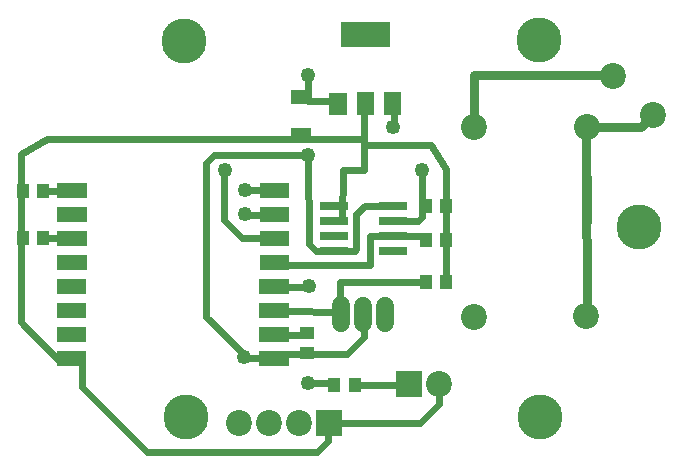
<source format=gbr>
%FSLAX34Y34*%
%MOMM*%
%LNCOPPER_TOP*%
G71*
G01*
%ADD10R, 2.40X0.80*%
%ADD11R, 1.50X1.90*%
%ADD12C, 1.50*%
%ADD13C, 0.60*%
%ADD14C, 1.25*%
%ADD15R, 1.10X1.20*%
%ADD16R, 1.20X1.10*%
%ADD17C, 3.80*%
%ADD18C, 2.20*%
%ADD19C, 0.80*%
%ADD20R, 1.80X1.30*%
%LPD*%
X356000Y-551838D02*
G54D10*
D03*
X356000Y-564538D02*
G54D10*
D03*
X356000Y-577238D02*
G54D10*
D03*
X356000Y-589938D02*
G54D10*
D03*
X406000Y-589938D02*
G54D10*
D03*
X406000Y-577238D02*
G54D10*
D03*
X406000Y-564538D02*
G54D10*
D03*
X406000Y-551838D02*
G54D10*
D03*
G36*
X317800Y-686972D02*
X292800Y-686972D01*
X292800Y-674472D01*
X317800Y-674472D01*
X317800Y-686972D01*
G37*
G36*
X317800Y-626251D02*
X292800Y-626251D01*
X292800Y-613751D01*
X317800Y-613751D01*
X317800Y-626251D01*
G37*
G36*
X317800Y-666732D02*
X292800Y-666732D01*
X292800Y-654232D01*
X317800Y-654232D01*
X317800Y-666732D01*
G37*
G36*
X318197Y-606010D02*
X293197Y-606010D01*
X293197Y-593510D01*
X318197Y-593510D01*
X318197Y-606010D01*
G37*
G36*
X317800Y-646491D02*
X292800Y-646491D01*
X292800Y-633991D01*
X317800Y-633991D01*
X317800Y-646491D01*
G37*
G36*
X318197Y-606010D02*
X293197Y-606010D01*
X293197Y-593510D01*
X318197Y-593510D01*
X318197Y-606010D01*
G37*
G36*
X318197Y-545288D02*
X293197Y-545288D01*
X293197Y-532788D01*
X318197Y-532788D01*
X318197Y-545288D01*
G37*
G36*
X318197Y-585769D02*
X293197Y-585769D01*
X293197Y-573269D01*
X318197Y-573269D01*
X318197Y-585769D01*
G37*
G36*
X318197Y-565528D02*
X293197Y-565528D01*
X293197Y-553028D01*
X318197Y-553028D01*
X318197Y-565528D01*
G37*
G36*
X146350Y-686972D02*
X121350Y-686972D01*
X121350Y-674472D01*
X146350Y-674472D01*
X146350Y-686972D01*
G37*
G36*
X146350Y-626250D02*
X121350Y-626250D01*
X121350Y-613750D01*
X146350Y-613750D01*
X146350Y-626250D01*
G37*
G36*
X146350Y-666731D02*
X121350Y-666731D01*
X121350Y-654231D01*
X146350Y-654231D01*
X146350Y-666731D01*
G37*
G36*
X146747Y-606009D02*
X121747Y-606009D01*
X121747Y-593509D01*
X146747Y-593509D01*
X146747Y-606009D01*
G37*
G36*
X146350Y-646491D02*
X121350Y-646491D01*
X121350Y-633991D01*
X146350Y-633991D01*
X146350Y-646491D01*
G37*
G36*
X146747Y-606009D02*
X121747Y-606009D01*
X121747Y-593509D01*
X146747Y-593509D01*
X146747Y-606009D01*
G37*
G36*
X146747Y-545288D02*
X121747Y-545288D01*
X121747Y-532788D01*
X146747Y-532788D01*
X146747Y-545288D01*
G37*
G36*
X146747Y-585769D02*
X121747Y-585769D01*
X121747Y-573269D01*
X146747Y-573269D01*
X146747Y-585769D01*
G37*
G36*
X146747Y-565528D02*
X121747Y-565528D01*
X121747Y-553028D01*
X146747Y-553028D01*
X146747Y-565528D01*
G37*
X359685Y-465093D02*
G54D11*
D03*
G36*
X375185Y-455694D02*
X390185Y-455693D01*
X390185Y-474693D01*
X375185Y-474694D01*
X375185Y-455694D01*
G37*
G36*
X398185Y-455694D02*
X413185Y-455694D01*
X413185Y-474693D01*
X398185Y-474694D01*
X398185Y-455694D01*
G37*
G36*
X361785Y-395994D02*
X403785Y-395993D01*
X403785Y-416993D01*
X361785Y-416994D01*
X361785Y-395994D01*
G37*
G54D12*
X380512Y-636316D02*
X380512Y-651316D01*
G54D12*
X362053Y-635916D02*
X362053Y-650916D01*
G54D12*
X399356Y-636112D02*
X399356Y-651112D01*
G54D13*
X363244Y-564438D02*
X363362Y-521700D01*
X381500Y-521575D01*
X381500Y-462838D01*
X406106Y-485062D02*
G54D14*
D03*
G54D13*
X406900Y-469312D02*
X406900Y-485188D01*
X333875Y-440738D02*
G54D14*
D03*
G54D13*
X333875Y-440738D02*
X333875Y-462962D01*
X359275Y-462962D01*
G54D13*
X332288Y-677275D02*
X310062Y-677275D01*
X333875Y-509000D02*
G54D14*
D03*
G54D13*
X334669Y-584009D02*
X340622Y-589962D01*
X349750Y-589962D01*
G54D13*
X332288Y-677275D02*
X367212Y-677275D01*
X381500Y-662988D01*
X381500Y-636000D01*
X383088Y-634412D01*
G54D13*
X130675Y-682038D02*
X122738Y-682038D01*
X90988Y-650288D01*
X90988Y-507412D01*
X113212Y-495506D01*
X380706Y-495506D01*
G54D13*
X313634Y-601472D02*
X386262Y-601472D01*
X386262Y-577262D01*
X411662Y-577262D01*
X430712Y-521575D02*
G54D14*
D03*
G54D13*
X414838Y-564562D02*
X427538Y-564562D01*
X430712Y-561388D01*
X430712Y-521700D01*
X264025Y-521575D02*
G54D14*
D03*
G54D13*
X263231Y-520906D02*
X263231Y-563372D01*
X278556Y-578769D01*
X298950Y-579247D01*
G54D13*
X334272Y-509000D02*
X334669Y-583612D01*
G54D13*
X333875Y-509000D02*
X254500Y-509000D01*
X248150Y-515350D01*
X248150Y-645525D01*
X283075Y-680450D01*
X306888Y-680450D01*
G54D13*
X313634Y-641159D02*
X362747Y-641191D01*
X92575Y-539162D02*
G54D15*
D03*
X109575Y-539162D02*
G54D15*
D03*
G54D13*
X113212Y-539162D02*
X130675Y-539162D01*
X332850Y-659250D02*
G54D16*
D03*
X332850Y-676250D02*
G54D16*
D03*
G54D13*
X308475Y-661400D02*
X332288Y-661400D01*
G54D13*
X397375Y-551862D02*
X382412Y-551862D01*
X375150Y-558212D01*
X375150Y-588375D01*
X373562Y-589962D01*
X367212Y-589962D01*
X92575Y-578850D02*
G54D15*
D03*
X109575Y-578850D02*
G54D15*
D03*
G54D13*
X110038Y-578850D02*
X132262Y-578850D01*
X433888Y-551862D02*
G54D15*
D03*
X450888Y-551862D02*
G54D15*
D03*
X433888Y-580438D02*
G54D15*
D03*
X450888Y-580438D02*
G54D15*
D03*
G54D13*
X381500Y-500269D02*
X437856Y-500269D01*
X451350Y-520112D01*
X451350Y-578850D01*
G54D13*
X413250Y-577262D02*
X433888Y-577262D01*
X433888Y-616156D02*
G54D15*
D03*
X450888Y-616156D02*
G54D15*
D03*
G54D13*
X362053Y-643541D02*
X361503Y-616075D01*
X433888Y-616156D01*
G54D13*
X451350Y-617744D02*
X451350Y-575675D01*
X229450Y-411900D02*
G54D17*
D03*
X530050Y-411100D02*
G54D17*
D03*
X230450Y-730900D02*
G54D17*
D03*
X530250Y-730700D02*
G54D17*
D03*
X280694Y-538244D02*
G54D14*
D03*
X280694Y-558881D02*
G54D14*
D03*
X279900Y-679531D02*
G54D14*
D03*
G54D13*
X280019Y-538369D02*
X303038Y-538369D01*
G54D13*
X280812Y-559800D02*
X304625Y-559800D01*
X305419Y-560594D01*
X474488Y-485188D02*
G54D18*
D03*
X474488Y-645525D02*
G54D18*
D03*
X569738Y-644731D02*
G54D18*
D03*
X570531Y-485188D02*
G54D18*
D03*
G54D19*
X570134Y-565753D02*
X569738Y-486775D01*
X571325Y-485188D01*
X591962Y-441531D02*
G54D18*
D03*
X626094Y-474869D02*
G54D18*
D03*
G54D19*
X571325Y-485188D02*
X615775Y-485188D01*
X626094Y-474869D01*
G54D19*
X474488Y-485188D02*
X475000Y-441000D01*
X591962Y-440738D01*
X592756Y-441531D01*
G54D19*
X569738Y-513762D02*
X570531Y-643938D01*
X614188Y-569453D02*
G54D17*
D03*
X373497Y-703469D02*
G54D15*
D03*
X356497Y-703469D02*
G54D15*
D03*
X334669Y-620000D02*
G54D14*
D03*
X334272Y-701359D02*
G54D14*
D03*
G54D13*
X309512Y-620044D02*
X333722Y-620044D01*
X334516Y-620838D01*
G54D13*
X332134Y-701800D02*
X357138Y-701800D01*
G36*
X362863Y-746409D02*
X340863Y-746409D01*
X340863Y-724409D01*
X362863Y-724409D01*
X362863Y-746409D01*
G37*
X326463Y-735409D02*
G54D18*
D03*
X301063Y-735409D02*
G54D18*
D03*
X275663Y-735409D02*
G54D18*
D03*
G54D13*
X142478Y-679450D02*
X142478Y-705247D01*
X197644Y-760412D01*
X341312Y-760412D01*
X351234Y-750491D01*
X351234Y-734616D01*
X327747Y-459554D02*
G54D20*
D03*
X327847Y-492054D02*
G54D20*
D03*
G36*
X430497Y-691866D02*
X430497Y-713866D01*
X408497Y-713866D01*
X408497Y-691866D01*
X430497Y-691866D01*
G37*
X444897Y-702866D02*
G54D18*
D03*
G54D13*
X373856Y-703659D02*
X419100Y-703659D01*
X419894Y-702866D01*
G54D13*
X352028Y-735409D02*
X428625Y-735409D01*
X444897Y-719138D01*
X444897Y-698897D01*
M02*

</source>
